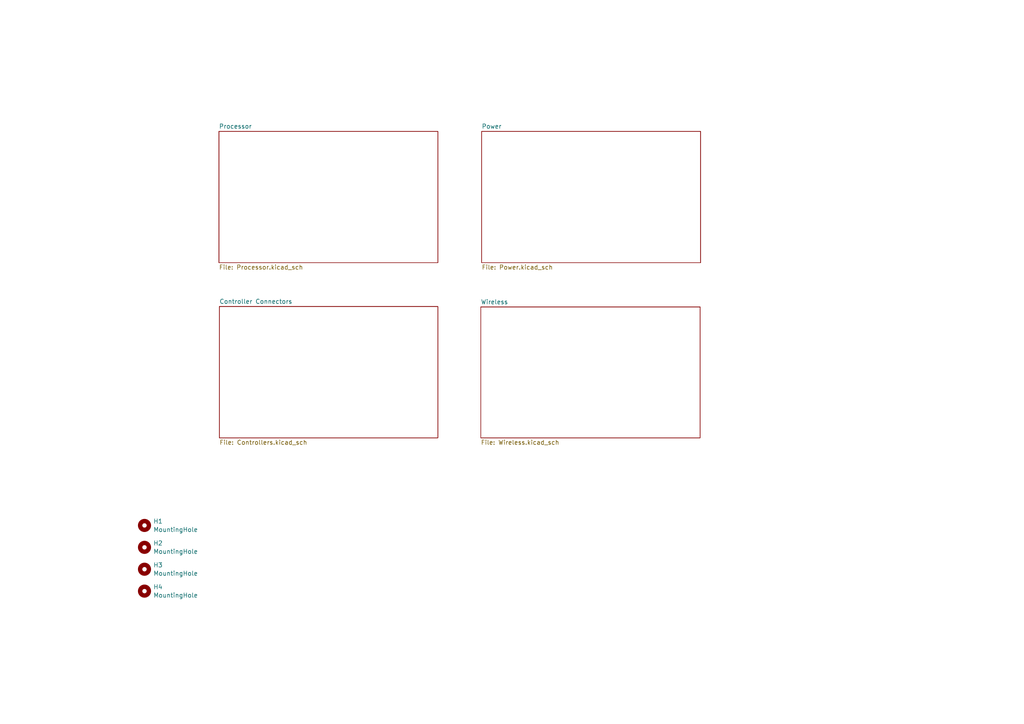
<source format=kicad_sch>
(kicad_sch (version 20230121) (generator eeschema)
  (paper "A4")
  (lib_symbols
    (symbol "Mechanical:MountingHole" (pin_names (offset 1.016))
      (property "Reference" "H" (at 0 5.08 0))
      (property "Value" "MountingHole" (at 0 3.175 0))
      (symbol "MountingHole_0_1"
        (circle (center 0 0) (radius 1.27) (stroke (width 1.27)))
      )
    )
  )
  (symbol (lib_id "Mechanical:MountingHole") (at 41.91 158.75 0) (unit 1)
    (property "Reference" "H2" (at 44.45 157.5379 0) (effects (justify left)))
    (property "Value" "MountingHole" (at 44.45 159.9621 0) (effects (justify left)))
    (property "Footprint" "MountingHole:MountingHole_2.2mm_M2" (effects hide))
  )
  (symbol (lib_id "Mechanical:MountingHole") (at 41.91 152.4 0) (unit 1)
    (property "Reference" "H1" (at 44.45 151.1879 0) (effects (justify left)))
    (property "Value" "MountingHole" (at 44.45 153.6121 0) (effects (justify left)))
    (property "Footprint" "MountingHole:MountingHole_2.2mm_M2" (effects hide))
  )
  (symbol (lib_id "Mechanical:MountingHole") (at 41.91 165.1 0) (unit 1)
    (property "Reference" "H3" (at 44.45 163.8879 0) (effects (justify left)))
    (property "Value" "MountingHole" (at 44.45 166.3121 0) (effects (justify left)))
    (property "Footprint" "MountingHole:MountingHole_2.2mm_M2" (effects hide))
  )
  (symbol (lib_id "Mechanical:MountingHole") (at 41.91 171.45 0) (unit 1)
    (property "Reference" "H4" (at 44.45 170.2379 0) (effects (justify left)))
    (property "Value" "MountingHole" (at 44.45 172.6621 0) (effects (justify left)))
    (property "Footprint" "MountingHole:MountingHole_2.2mm_M2" (effects hide))
  )
  (sheet (at 139.446 89.027) (size 63.627 37.973) (stroke (width 0.1524))
    (property "Sheetname" "Wireless" (at 139.446 88.3154 0) (effects (justify left bottom)))
    (property "Sheetfile" "Wireless.kicad_sch" (at 139.446 127.5846 0) (effects (justify left top)))
  )
  (sheet (at 63.5 38.1) (size 63.5 38.1) (stroke (width 0.1524))
    (property "Sheetname" "Processor" (at 63.5 37.3884 0) (effects (justify left bottom)))
    (property "Sheetfile" "Processor.kicad_sch" (at 63.5 76.7846 0) (effects (justify left top)))
  )
  (sheet (at 63.627 88.9) (size 63.373 38.1) (stroke (width 0.1524))
    (property "Sheetname" "Controller Connectors" (at 63.627 88.1884 0) (effects (justify left bottom)))
    (property "Sheetfile" "Controllers.kicad_sch" (at 63.627 127.5846 0) (effects (justify left top)))
  )
  (sheet (at 139.7 38.1) (size 63.5 38.1) (stroke (width 0.1524))
    (property "Sheetname" "Power" (at 139.7 37.3884 0) (effects (justify left bottom)))
    (property "Sheetfile" "Power.kicad_sch" (at 139.7 76.7846 0) (effects (justify left top)))
  )
)
</source>
